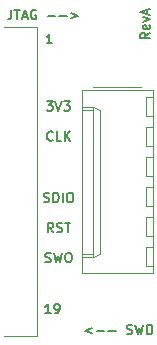
<source format=gbr>
%TF.GenerationSoftware,KiCad,Pcbnew,5.1.8-db9833491~87~ubuntu18.04.1*%
%TF.CreationDate,2020-11-28T12:04:11+00:00*%
%TF.ProjectId,JLink_6Pin_SWD_Adaptor,4a4c696e-6b5f-4365-9069-6e5f5357445f,rev?*%
%TF.SameCoordinates,Original*%
%TF.FileFunction,Legend,Top*%
%TF.FilePolarity,Positive*%
%FSLAX46Y46*%
G04 Gerber Fmt 4.6, Leading zero omitted, Abs format (unit mm)*
G04 Created by KiCad (PCBNEW 5.1.8-db9833491~87~ubuntu18.04.1) date 2020-11-28 12:04:11*
%MOMM*%
%LPD*%
G01*
G04 APERTURE LIST*
%ADD10C,0.150000*%
%ADD11C,0.120000*%
G04 APERTURE END LIST*
D10*
X151999904Y-66782857D02*
X151618952Y-67049523D01*
X151999904Y-67240000D02*
X151199904Y-67240000D01*
X151199904Y-66935238D01*
X151238000Y-66859047D01*
X151276095Y-66820952D01*
X151352285Y-66782857D01*
X151466571Y-66782857D01*
X151542761Y-66820952D01*
X151580857Y-66859047D01*
X151618952Y-66935238D01*
X151618952Y-67240000D01*
X151961809Y-66135238D02*
X151999904Y-66211428D01*
X151999904Y-66363809D01*
X151961809Y-66440000D01*
X151885619Y-66478095D01*
X151580857Y-66478095D01*
X151504666Y-66440000D01*
X151466571Y-66363809D01*
X151466571Y-66211428D01*
X151504666Y-66135238D01*
X151580857Y-66097142D01*
X151657047Y-66097142D01*
X151733238Y-66478095D01*
X151466571Y-65830476D02*
X151999904Y-65640000D01*
X151466571Y-65449523D01*
X151771333Y-65182857D02*
X151771333Y-64801904D01*
X151999904Y-65259047D02*
X151199904Y-64992380D01*
X151999904Y-64725714D01*
X143611619Y-90531904D02*
X143154476Y-90531904D01*
X143383047Y-90531904D02*
X143383047Y-89731904D01*
X143306857Y-89846190D01*
X143230666Y-89922380D01*
X143154476Y-89960476D01*
X143992571Y-90531904D02*
X144144952Y-90531904D01*
X144221142Y-90493809D01*
X144259238Y-90455714D01*
X144335428Y-90341428D01*
X144373523Y-90189047D01*
X144373523Y-89884285D01*
X144335428Y-89808095D01*
X144297333Y-89770000D01*
X144221142Y-89731904D01*
X144068761Y-89731904D01*
X143992571Y-89770000D01*
X143954476Y-89808095D01*
X143916380Y-89884285D01*
X143916380Y-90074761D01*
X143954476Y-90150952D01*
X143992571Y-90189047D01*
X144068761Y-90227142D01*
X144221142Y-90227142D01*
X144297333Y-90189047D01*
X144335428Y-90150952D01*
X144373523Y-90074761D01*
X143033904Y-81095809D02*
X143148190Y-81133904D01*
X143338666Y-81133904D01*
X143414857Y-81095809D01*
X143452952Y-81057714D01*
X143491047Y-80981523D01*
X143491047Y-80905333D01*
X143452952Y-80829142D01*
X143414857Y-80791047D01*
X143338666Y-80752952D01*
X143186285Y-80714857D01*
X143110095Y-80676761D01*
X143072000Y-80638666D01*
X143033904Y-80562476D01*
X143033904Y-80486285D01*
X143072000Y-80410095D01*
X143110095Y-80372000D01*
X143186285Y-80333904D01*
X143376761Y-80333904D01*
X143491047Y-80372000D01*
X143833904Y-81133904D02*
X143833904Y-80333904D01*
X144024380Y-80333904D01*
X144138666Y-80372000D01*
X144214857Y-80448190D01*
X144252952Y-80524380D01*
X144291047Y-80676761D01*
X144291047Y-80791047D01*
X144252952Y-80943428D01*
X144214857Y-81019619D01*
X144138666Y-81095809D01*
X144024380Y-81133904D01*
X143833904Y-81133904D01*
X144633904Y-81133904D02*
X144633904Y-80333904D01*
X145167238Y-80333904D02*
X145319619Y-80333904D01*
X145395809Y-80372000D01*
X145472000Y-80448190D01*
X145510095Y-80600571D01*
X145510095Y-80867238D01*
X145472000Y-81019619D01*
X145395809Y-81095809D01*
X145319619Y-81133904D01*
X145167238Y-81133904D01*
X145091047Y-81095809D01*
X145014857Y-81019619D01*
X144976761Y-80867238D01*
X144976761Y-80600571D01*
X145014857Y-80448190D01*
X145091047Y-80372000D01*
X145167238Y-80333904D01*
X143167238Y-86175809D02*
X143281523Y-86213904D01*
X143472000Y-86213904D01*
X143548190Y-86175809D01*
X143586285Y-86137714D01*
X143624380Y-86061523D01*
X143624380Y-85985333D01*
X143586285Y-85909142D01*
X143548190Y-85871047D01*
X143472000Y-85832952D01*
X143319619Y-85794857D01*
X143243428Y-85756761D01*
X143205333Y-85718666D01*
X143167238Y-85642476D01*
X143167238Y-85566285D01*
X143205333Y-85490095D01*
X143243428Y-85452000D01*
X143319619Y-85413904D01*
X143510095Y-85413904D01*
X143624380Y-85452000D01*
X143891047Y-85413904D02*
X144081523Y-86213904D01*
X144233904Y-85642476D01*
X144386285Y-86213904D01*
X144576761Y-85413904D01*
X145033904Y-85413904D02*
X145186285Y-85413904D01*
X145262476Y-85452000D01*
X145338666Y-85528190D01*
X145376761Y-85680571D01*
X145376761Y-85947238D01*
X145338666Y-86099619D01*
X145262476Y-86175809D01*
X145186285Y-86213904D01*
X145033904Y-86213904D01*
X144957714Y-86175809D01*
X144881523Y-86099619D01*
X144843428Y-85947238D01*
X144843428Y-85680571D01*
X144881523Y-85528190D01*
X144957714Y-85452000D01*
X145033904Y-85413904D01*
X143833904Y-83673904D02*
X143567238Y-83292952D01*
X143376761Y-83673904D02*
X143376761Y-82873904D01*
X143681523Y-82873904D01*
X143757714Y-82912000D01*
X143795809Y-82950095D01*
X143833904Y-83026285D01*
X143833904Y-83140571D01*
X143795809Y-83216761D01*
X143757714Y-83254857D01*
X143681523Y-83292952D01*
X143376761Y-83292952D01*
X144138666Y-83635809D02*
X144252952Y-83673904D01*
X144443428Y-83673904D01*
X144519619Y-83635809D01*
X144557714Y-83597714D01*
X144595809Y-83521523D01*
X144595809Y-83445333D01*
X144557714Y-83369142D01*
X144519619Y-83331047D01*
X144443428Y-83292952D01*
X144291047Y-83254857D01*
X144214857Y-83216761D01*
X144176761Y-83178666D01*
X144138666Y-83102476D01*
X144138666Y-83026285D01*
X144176761Y-82950095D01*
X144214857Y-82912000D01*
X144291047Y-82873904D01*
X144481523Y-82873904D01*
X144595809Y-82912000D01*
X144824380Y-82873904D02*
X145281523Y-82873904D01*
X145052952Y-83673904D02*
X145052952Y-82873904D01*
X143795809Y-75850714D02*
X143757714Y-75888809D01*
X143643428Y-75926904D01*
X143567238Y-75926904D01*
X143452952Y-75888809D01*
X143376761Y-75812619D01*
X143338666Y-75736428D01*
X143300571Y-75584047D01*
X143300571Y-75469761D01*
X143338666Y-75317380D01*
X143376761Y-75241190D01*
X143452952Y-75165000D01*
X143567238Y-75126904D01*
X143643428Y-75126904D01*
X143757714Y-75165000D01*
X143795809Y-75203095D01*
X144519619Y-75926904D02*
X144138666Y-75926904D01*
X144138666Y-75126904D01*
X144786285Y-75926904D02*
X144786285Y-75126904D01*
X145243428Y-75926904D02*
X144900571Y-75469761D01*
X145243428Y-75126904D02*
X144786285Y-75584047D01*
X143281523Y-72586904D02*
X143776761Y-72586904D01*
X143510095Y-72891666D01*
X143624380Y-72891666D01*
X143700571Y-72929761D01*
X143738666Y-72967857D01*
X143776761Y-73044047D01*
X143776761Y-73234523D01*
X143738666Y-73310714D01*
X143700571Y-73348809D01*
X143624380Y-73386904D01*
X143395809Y-73386904D01*
X143319619Y-73348809D01*
X143281523Y-73310714D01*
X144005333Y-72586904D02*
X144272000Y-73386904D01*
X144538666Y-72586904D01*
X144729142Y-72586904D02*
X145224380Y-72586904D01*
X144957714Y-72891666D01*
X145072000Y-72891666D01*
X145148190Y-72929761D01*
X145186285Y-72967857D01*
X145224380Y-73044047D01*
X145224380Y-73234523D01*
X145186285Y-73310714D01*
X145148190Y-73348809D01*
X145072000Y-73386904D01*
X144843428Y-73386904D01*
X144767238Y-73348809D01*
X144729142Y-73310714D01*
X147123428Y-91776571D02*
X146513904Y-92005142D01*
X147123428Y-92233714D01*
X147504380Y-92005142D02*
X148113904Y-92005142D01*
X148494857Y-92005142D02*
X149104380Y-92005142D01*
X150056761Y-92271809D02*
X150171047Y-92309904D01*
X150361523Y-92309904D01*
X150437714Y-92271809D01*
X150475809Y-92233714D01*
X150513904Y-92157523D01*
X150513904Y-92081333D01*
X150475809Y-92005142D01*
X150437714Y-91967047D01*
X150361523Y-91928952D01*
X150209142Y-91890857D01*
X150132952Y-91852761D01*
X150094857Y-91814666D01*
X150056761Y-91738476D01*
X150056761Y-91662285D01*
X150094857Y-91586095D01*
X150132952Y-91548000D01*
X150209142Y-91509904D01*
X150399619Y-91509904D01*
X150513904Y-91548000D01*
X150780571Y-91509904D02*
X150971047Y-92309904D01*
X151123428Y-91738476D01*
X151275809Y-92309904D01*
X151466285Y-91509904D01*
X151771047Y-92309904D02*
X151771047Y-91509904D01*
X151961523Y-91509904D01*
X152075809Y-91548000D01*
X152152000Y-91624190D01*
X152190095Y-91700380D01*
X152228190Y-91852761D01*
X152228190Y-91967047D01*
X152190095Y-92119428D01*
X152152000Y-92195619D01*
X152075809Y-92271809D01*
X151961523Y-92309904D01*
X151771047Y-92309904D01*
X140278190Y-64839904D02*
X140278190Y-65411333D01*
X140240095Y-65525619D01*
X140163904Y-65601809D01*
X140049619Y-65639904D01*
X139973428Y-65639904D01*
X140544857Y-64839904D02*
X141002000Y-64839904D01*
X140773428Y-65639904D02*
X140773428Y-64839904D01*
X141230571Y-65411333D02*
X141611523Y-65411333D01*
X141154380Y-65639904D02*
X141421047Y-64839904D01*
X141687714Y-65639904D01*
X142373428Y-64878000D02*
X142297238Y-64839904D01*
X142182952Y-64839904D01*
X142068666Y-64878000D01*
X141992476Y-64954190D01*
X141954380Y-65030380D01*
X141916285Y-65182761D01*
X141916285Y-65297047D01*
X141954380Y-65449428D01*
X141992476Y-65525619D01*
X142068666Y-65601809D01*
X142182952Y-65639904D01*
X142259142Y-65639904D01*
X142373428Y-65601809D01*
X142411523Y-65563714D01*
X142411523Y-65297047D01*
X142259142Y-65297047D01*
X143363904Y-65335142D02*
X143973428Y-65335142D01*
X144354380Y-65335142D02*
X144963904Y-65335142D01*
X145344857Y-65106571D02*
X145954380Y-65335142D01*
X145344857Y-65563714D01*
X143738571Y-67671904D02*
X143281428Y-67671904D01*
X143510000Y-67671904D02*
X143510000Y-66871904D01*
X143433809Y-66986190D01*
X143357619Y-67062380D01*
X143281428Y-67100476D01*
D11*
%TO.C,J1*%
X142494000Y-92456000D02*
X139700000Y-92456000D01*
X142494000Y-66294000D02*
X139700000Y-66294000D01*
X142494000Y-92456000D02*
X142494000Y-66294000D01*
%TO.C,J2*%
X152255000Y-71645000D02*
X146235000Y-71645000D01*
X146235000Y-71645000D02*
X146235000Y-87105000D01*
X146235000Y-87105000D02*
X152255000Y-87105000D01*
X152255000Y-87105000D02*
X152255000Y-71645000D01*
X151225000Y-71355000D02*
X147225000Y-71355000D01*
X146235000Y-73025000D02*
X147235000Y-73025000D01*
X147235000Y-73025000D02*
X147235000Y-85725000D01*
X147235000Y-85725000D02*
X146235000Y-85725000D01*
X147235000Y-73025000D02*
X147765000Y-73275000D01*
X147765000Y-73275000D02*
X147765000Y-85475000D01*
X147765000Y-85475000D02*
X147235000Y-85725000D01*
X146235000Y-73275000D02*
X147235000Y-73275000D01*
X146235000Y-85475000D02*
X147235000Y-85475000D01*
X152255000Y-72225000D02*
X151655000Y-72225000D01*
X151655000Y-72225000D02*
X151655000Y-73825000D01*
X151655000Y-73825000D02*
X152255000Y-73825000D01*
X152255000Y-74765000D02*
X151655000Y-74765000D01*
X151655000Y-74765000D02*
X151655000Y-76365000D01*
X151655000Y-76365000D02*
X152255000Y-76365000D01*
X152255000Y-77305000D02*
X151655000Y-77305000D01*
X151655000Y-77305000D02*
X151655000Y-78905000D01*
X151655000Y-78905000D02*
X152255000Y-78905000D01*
X152255000Y-79845000D02*
X151655000Y-79845000D01*
X151655000Y-79845000D02*
X151655000Y-81445000D01*
X151655000Y-81445000D02*
X152255000Y-81445000D01*
X152255000Y-82385000D02*
X151655000Y-82385000D01*
X151655000Y-82385000D02*
X151655000Y-83985000D01*
X151655000Y-83985000D02*
X152255000Y-83985000D01*
X152255000Y-84925000D02*
X151655000Y-84925000D01*
X151655000Y-84925000D02*
X151655000Y-86525000D01*
X151655000Y-86525000D02*
X152255000Y-86525000D01*
%TD*%
M02*

</source>
